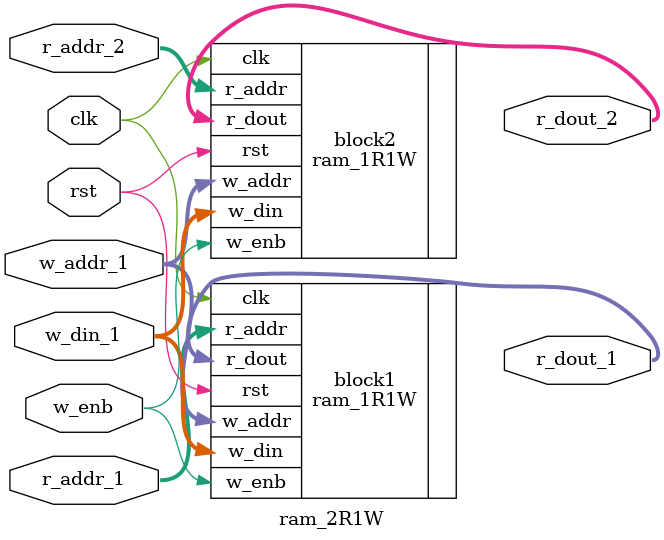
<source format=v>
module ram_2R1W(
    clk, rst,
    w_addr_1, w_din_1, w_enb,
    r_addr_1, r_dout_1,
    r_addr_2, r_dout_2
    );

parameter BLOCLSIZE = 10;

input clk;
input rst;
input [BLOCLSIZE : 0] w_addr_1;
input [31 : 0] w_din_1;
input w_enb;

input [BLOCLSIZE : 0] r_addr_1, r_addr_2;
output [31:0] r_dout_1, r_dout_2;
//////////////////////////////

ram_1R1W block1(
    .clk(clk), .rst(rst),
    .w_addr(w_addr_1), .w_din(w_din_1), .w_enb(w_enb),
    .r_addr(r_addr_1), .r_dout(r_dout_1)
    );

ram_1R1W block2(
    .clk(clk), .rst(rst),
    .w_addr(w_addr_1), .w_din(w_din_1), .w_enb(w_enb),
    .r_addr(r_addr_2), .r_dout(r_dout_2)
    );

endmodule


</source>
